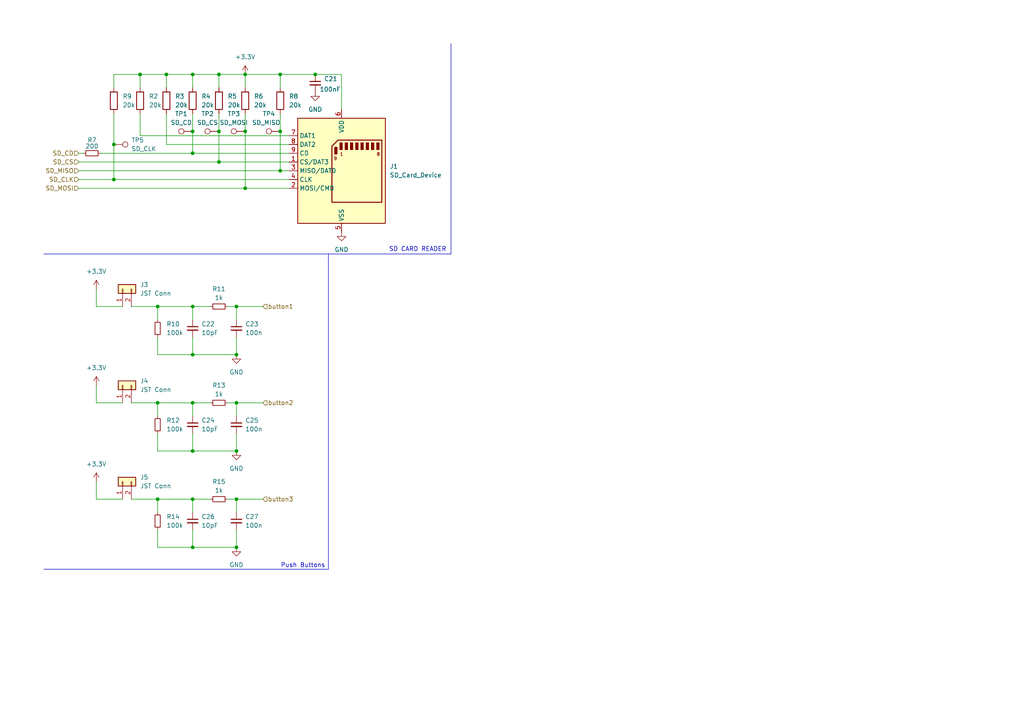
<source format=kicad_sch>
(kicad_sch (version 20231120) (generator "eeschema") (generator_version "8.0")
  (paper "A4")
  (lib_symbols
    (symbol "Connector:SD_Card_Device"
      (property "Reference" "J1" (at 13.97 1.2701 0))
      (property "Value" "SD_Card_Device" (at 13.97 -1.2699 0))
      (symbol "SD_Card_Device_0_1"
        (rectangle (start -2.032 6.858) (end -1.27 4.826) (fill (type outline)))
        (rectangle (start -0.508 8.128) (end 0.254 6.096) (fill (type outline)))
        (rectangle (start 1.016 8.128) (end 1.778 6.096) (fill (type outline)))
        (rectangle (start 2.54 8.128) (end 3.302 6.096) (fill (type outline)))
        (rectangle (start 4.064 8.128) (end 4.826 6.096) (fill (type outline)))
        (rectangle (start 5.588 8.128) (end 6.35 6.096) (fill (type outline)))
        (rectangle (start 7.112 8.128) (end 7.874 6.096) (fill (type outline)))
        (rectangle (start 8.636 8.128) (end 9.398 6.096) (fill (type outline)))
        (rectangle (start 10.16 8.128) (end 10.922 6.096) (fill (type outline)))
      )
      (symbol "SD_Card_Device_1_1"
        (rectangle (start -12.7 15.24) (end 12.7 -15.24) (stroke (width 0.254)) (fill (type background)))
        (polyline (pts (xy -1.016 8.89) (xy 11.684 8.89) (xy 11.684 -9.144) (xy -2.794 -9.144) (xy -2.794 7.112) (xy -1.016 8.89)) (stroke (width 0.3)))
        (text "1" (at 0 4.826 0) (effects (font (size 0.9 0.9))))
        (text "8" (at 10.668 4.826 0) (effects (font (size 0.9 0.9))))
        (text "9" (at -1.778 3.556 0) (effects (font (size 0.9 0.9))))
        (pin bidirectional line (at -15.24 2.54 0) (length 2.54) (name "CS/DAT3") (number "1"))
        (pin bidirectional line (at -15.24 -5.08 0) (length 2.54) (name "MOSI/CMD") (number "2"))
        (pin bidirectional line (at -15.24 0 0) (length 2.54) (name "MISO/DAT0") (number "3"))
        (pin input line (at -15.24 -2.54 0) (length 2.54) (name "CLK") (number "4"))
        (pin power_in line (at 0 -17.78 90) (length 2.54) (name "VSS") (number "5"))
        (pin power_in line (at 0 17.78 270) (length 2.54) (name "VDD") (number "6"))
        (pin bidirectional line (at -15.24 10.16 0) (length 2.54) (name "DAT1") (number "7"))
        (pin bidirectional line (at -15.24 7.62 0) (length 2.54) (name "DAT2") (number "8"))
        (pin bidirectional line (at -15.24 5.08 0) (length 2.54) (name "CD") (number "9"))
      )
    )
    (symbol "Connector:TestPoint" (pin_numbers hide) (pin_names (offset 0.762) hide)
      (property "Reference" "TP" (at 0 6.858 0))
      (property "Value" "TestPoint" (at 0 5.08 0))
      (symbol "TestPoint_0_1"
        (circle (center 0 3.302) (radius 0.762))
      )
      (symbol "TestPoint_1_1"
        (pin passive line (at 0 0 90) (length 2.54) (name "1") (number "1"))
      )
    )
    (symbol "Connector_Generic:Conn_01x02" (pin_names (offset 1.016) hide)
      (property "Reference" "J" (at 0 2.54 0))
      (property "Value" "Conn_01x02" (at 0 -5.08 0))
      (symbol "Conn_01x02_1_1"
        (rectangle (start -1.27 -2.413) (end 0 -2.667) (stroke (width 0.1524)))
        (rectangle (start -1.27 0.127) (end 0 -0.127) (stroke (width 0.1524)))
        (rectangle (start -1.27 1.27) (end 1.27 -3.81) (stroke (width 0.254)) (fill (type background)))
        (pin passive line (at -5.08 0 0) (length 3.81) (name "Pin_1") (number "1"))
        (pin passive line (at -5.08 -2.54 0) (length 3.81) (name "Pin_2") (number "2"))
      )
    )
    (symbol "Device:C_Small" (pin_numbers hide) (pin_names (offset 0.254) hide)
      (property "Reference" "C" (at 0.254 1.778 0))
      (property "Value" "C_Small" (at 0.254 -2.032 0))
      (symbol "C_Small_0_1"
        (polyline (pts (xy -1.524 -0.508) (xy 1.524 -0.508)) (stroke (width 0.3302)))
        (polyline (pts (xy -1.524 0.508) (xy 1.524 0.508)) (stroke (width 0.3048)))
      )
      (symbol "C_Small_1_1"
        (pin passive line (at 0 2.54 270) (length 2.032) (name "~") (number "1"))
        (pin passive line (at 0 -2.54 90) (length 2.032) (name "~") (number "2"))
      )
    )
    (symbol "Device:R" (pin_numbers hide) (pin_names (offset 0))
      (property "Reference" "R" (at 2.032 0 90))
      (property "Value" "R" (at 0 0 90))
      (symbol "R_0_1"
        (rectangle (start -1.016 -2.54) (end 1.016 2.54) (stroke (width 0.254)))
      )
      (symbol "R_1_1"
        (pin passive line (at 0 3.81 270) (length 1.27) (name "~") (number "1"))
        (pin passive line (at 0 -3.81 90) (length 1.27) (name "~") (number "2"))
      )
    )
    (symbol "Device:R_Small" (pin_numbers hide) (pin_names (offset 0.254) hide)
      (property "Reference" "R" (at 0.762 0.508 0))
      (property "Value" "R_Small" (at 0.762 -1.016 0))
      (symbol "R_Small_0_1"
        (rectangle (start -0.762 1.778) (end 0.762 -1.778) (stroke (width 0.2032)))
      )
      (symbol "R_Small_1_1"
        (pin passive line (at 0 2.54 270) (length 0.762) (name "~") (number "1"))
        (pin passive line (at 0 -2.54 90) (length 0.762) (name "~") (number "2"))
      )
    )
    (symbol "power:+3.3V" (power) (pin_numbers hide) (pin_names (offset 0) hide)
      (property "Value" "+3.3V" (at 0 3.556 0))
      (symbol "+3.3V_0_1"
        (polyline (pts (xy -0.762 1.27) (xy 0 2.54)))
        (polyline (pts (xy 0 0) (xy 0 2.54)))
        (polyline (pts (xy 0 2.54) (xy 0.762 1.27)))
      )
      (symbol "+3.3V_1_1"
        (pin power_in line (at 0 0 90) (length 0) (name "~") (number "1"))
      )
    )
    (symbol "power:GND" (power) (pin_numbers hide) (pin_names (offset 0) hide)
      (property "Value" "GND" (at 0 -3.81 0))
      (symbol "GND_0_1"
        (polyline (pts (xy 0 0) (xy 0 -1.27) (xy 1.27 -1.27) (xy 0 -2.54) (xy -1.27 -1.27) (xy 0 -1.27)))
      )
      (symbol "GND_1_1"
        (pin power_in line (at 0 0 270) (length 0) (name "~") (number "1"))
      )
    )
  )
  (junction (at 55.88 158.75))
  (junction (at 81.28 38.1))
  (junction (at 71.12 21.59))
  (junction (at 71.12 38.1))
  (junction (at 81.28 49.53))
  (junction (at 55.88 44.45))
  (junction (at 55.88 38.1))
  (junction (at 71.12 54.61))
  (junction (at 81.28 21.59))
  (junction (at 48.26 21.59))
  (junction (at 68.58 144.78))
  (junction (at 63.5 21.59))
  (junction (at 55.88 88.9))
  (junction (at 45.72 116.84))
  (junction (at 55.88 116.84))
  (junction (at 63.5 38.1))
  (junction (at 45.72 88.9))
  (junction (at 55.88 102.87))
  (junction (at 33.02 52.07))
  (junction (at 68.58 102.87))
  (junction (at 45.72 144.78))
  (junction (at 40.64 21.59))
  (junction (at 68.58 116.84))
  (junction (at 91.44 21.59))
  (junction (at 68.58 130.81))
  (junction (at 55.88 130.81))
  (junction (at 68.58 158.75))
  (junction (at 55.88 21.59))
  (junction (at 63.5 46.99))
  (junction (at 33.02 41.91))
  (junction (at 68.58 88.9))
  (junction (at 55.88 144.78))
  (wire (pts (xy 22.86 49.53) (xy 81.28 49.53)))
  (wire (pts (xy 55.88 97.79) (xy 55.88 102.87)))
  (wire (pts (xy 45.72 144.78) (xy 55.88 144.78)))
  (wire (pts (xy 33.02 33.02) (xy 33.02 41.91)))
  (wire (pts (xy 45.72 153.67) (xy 45.72 158.75)))
  (wire (pts (xy 33.02 25.4) (xy 33.02 21.59)))
  (wire (pts (xy 27.94 88.9) (xy 35.56 88.9)))
  (wire (pts (xy 99.06 31.75) (xy 99.06 21.59)))
  (wire (pts (xy 63.5 33.02) (xy 63.5 38.1)))
  (wire (pts (xy 68.58 158.75) (xy 68.58 153.67)))
  (wire (pts (xy 22.86 44.45) (xy 24.13 44.45)))
  (wire (pts (xy 63.5 38.1) (xy 63.5 46.99)))
  (polyline (pts (xy 12.7 73.66) (xy 130.81 73.66)))
  (wire (pts (xy 55.88 102.87) (xy 68.58 102.87)))
  (wire (pts (xy 68.58 144.78) (xy 66.04 144.78)))
  (wire (pts (xy 45.72 88.9) (xy 45.72 92.71)))
  (wire (pts (xy 68.58 120.65) (xy 68.58 116.84)))
  (wire (pts (xy 68.58 88.9) (xy 76.2 88.9)))
  (wire (pts (xy 22.86 54.61) (xy 71.12 54.61)))
  (wire (pts (xy 55.88 38.1) (xy 55.88 44.45)))
  (wire (pts (xy 27.94 139.7) (xy 27.94 144.78)))
  (wire (pts (xy 63.5 21.59) (xy 71.12 21.59)))
  (wire (pts (xy 48.26 21.59) (xy 48.26 25.4)))
  (wire (pts (xy 71.12 21.59) (xy 71.12 25.4)))
  (wire (pts (xy 71.12 33.02) (xy 71.12 38.1)))
  (wire (pts (xy 33.02 21.59) (xy 40.64 21.59)))
  (wire (pts (xy 55.88 125.73) (xy 55.88 130.81)))
  (wire (pts (xy 27.94 116.84) (xy 35.56 116.84)))
  (wire (pts (xy 63.5 46.99) (xy 83.82 46.99)))
  (wire (pts (xy 45.72 125.73) (xy 45.72 130.81)))
  (wire (pts (xy 40.64 33.02) (xy 40.64 39.37)))
  (wire (pts (xy 45.72 88.9) (xy 55.88 88.9)))
  (wire (pts (xy 55.88 158.75) (xy 68.58 158.75)))
  (wire (pts (xy 99.06 21.59) (xy 91.44 21.59)))
  (wire (pts (xy 55.88 144.78) (xy 55.88 148.59)))
  (wire (pts (xy 40.64 21.59) (xy 48.26 21.59)))
  (wire (pts (xy 55.88 33.02) (xy 55.88 38.1)))
  (wire (pts (xy 55.88 116.84) (xy 55.88 120.65)))
  (polyline (pts (xy 12.7 165.1) (xy 95.25 165.1)))
  (wire (pts (xy 27.94 111.76) (xy 27.94 116.84)))
  (wire (pts (xy 55.88 44.45) (xy 83.82 44.45)))
  (wire (pts (xy 55.88 144.78) (xy 60.96 144.78)))
  (polyline (pts (xy 130.81 12.7) (xy 130.81 73.66)))
  (wire (pts (xy 81.28 21.59) (xy 81.28 25.4)))
  (wire (pts (xy 48.26 21.59) (xy 55.88 21.59)))
  (wire (pts (xy 45.72 158.75) (xy 55.88 158.75)))
  (wire (pts (xy 45.72 102.87) (xy 55.88 102.87)))
  (wire (pts (xy 68.58 116.84) (xy 66.04 116.84)))
  (wire (pts (xy 27.94 144.78) (xy 35.56 144.78)))
  (wire (pts (xy 68.58 148.59) (xy 68.58 144.78)))
  (wire (pts (xy 81.28 49.53) (xy 83.82 49.53)))
  (wire (pts (xy 22.86 52.07) (xy 33.02 52.07)))
  (wire (pts (xy 55.88 153.67) (xy 55.88 158.75)))
  (wire (pts (xy 55.88 88.9) (xy 60.96 88.9)))
  (wire (pts (xy 45.72 116.84) (xy 55.88 116.84)))
  (wire (pts (xy 71.12 21.59) (xy 81.28 21.59)))
  (wire (pts (xy 40.64 39.37) (xy 83.82 39.37)))
  (wire (pts (xy 38.1 116.84) (xy 45.72 116.84)))
  (wire (pts (xy 45.72 97.79) (xy 45.72 102.87)))
  (wire (pts (xy 68.58 144.78) (xy 76.2 144.78)))
  (wire (pts (xy 71.12 54.61) (xy 83.82 54.61)))
  (wire (pts (xy 33.02 41.91) (xy 33.02 52.07)))
  (wire (pts (xy 71.12 38.1) (xy 71.12 54.61)))
  (wire (pts (xy 68.58 88.9) (xy 66.04 88.9)))
  (wire (pts (xy 68.58 130.81) (xy 68.58 125.73)))
  (wire (pts (xy 29.21 44.45) (xy 55.88 44.45)))
  (wire (pts (xy 55.88 21.59) (xy 55.88 25.4)))
  (wire (pts (xy 45.72 116.84) (xy 45.72 120.65)))
  (wire (pts (xy 38.1 144.78) (xy 45.72 144.78)))
  (wire (pts (xy 45.72 130.81) (xy 55.88 130.81)))
  (wire (pts (xy 48.26 41.91) (xy 83.82 41.91)))
  (wire (pts (xy 68.58 102.87) (xy 68.58 97.79)))
  (wire (pts (xy 55.88 21.59) (xy 63.5 21.59)))
  (wire (pts (xy 48.26 33.02) (xy 48.26 41.91)))
  (wire (pts (xy 68.58 116.84) (xy 76.2 116.84)))
  (wire (pts (xy 55.88 130.81) (xy 68.58 130.81)))
  (wire (pts (xy 55.88 88.9) (xy 55.88 92.71)))
  (wire (pts (xy 63.5 21.59) (xy 63.5 25.4)))
  (wire (pts (xy 45.72 144.78) (xy 45.72 148.59)))
  (wire (pts (xy 68.58 92.71) (xy 68.58 88.9)))
  (wire (pts (xy 81.28 38.1) (xy 81.28 49.53)))
  (wire (pts (xy 40.64 25.4) (xy 40.64 21.59)))
  (wire (pts (xy 33.02 52.07) (xy 83.82 52.07)))
  (wire (pts (xy 81.28 33.02) (xy 81.28 38.1)))
  (wire (pts (xy 38.1 88.9) (xy 45.72 88.9)))
  (wire (pts (xy 91.44 21.59) (xy 81.28 21.59)))
  (wire (pts (xy 55.88 116.84) (xy 60.96 116.84)))
  (wire (pts (xy 22.86 46.99) (xy 63.5 46.99)))
  (polyline (pts (xy 95.25 73.66) (xy 95.25 165.1)))
  (wire (pts (xy 27.94 83.82) (xy 27.94 88.9)))
  (text "SD CARD READER\n" (at 121.158 72.39 0) (effects (font (size 1.27 1.27))))
  (text "Push Buttons" (at 87.884 164.084 0) (effects (font (size 1.27 1.27))))
  (hierarchical_label "SD_MISO" (shape input) (at 22.86 49.53 180))
  (hierarchical_label "SD_MOSI" (shape input) (at 22.86 54.61 180))
  (hierarchical_label "button1" (shape input) (at 76.2 88.9 0))
  (hierarchical_label "SD_CLK" (shape input) (at 22.86 52.07 180))
  (hierarchical_label "SD_CS" (shape input) (at 22.86 46.99 180))
  (hierarchical_label "button3" (shape input) (at 76.2 144.78 0))
  (hierarchical_label "SD_CD" (shape input) (at 22.86 44.45 180))
  (hierarchical_label "button2" (shape input) (at 76.2 116.84 0))
  (symbol (lib_id "Connector_Generic:Conn_01x02") (at 35.56 111.76 90) (unit 1)
    (property "Reference" "J4" (at 40.64 110.4899 90) (effects (justify right)))
    (property "Value" "JST Conn" (at 40.64 113.0299 90) (effects (justify right)))
    (property "Description" "Generic connector, single row, 01x02, script generated (kicad-library-utils/schlib/autogen/connector/)" (effects (hide yes)))
  )
  (symbol (lib_id "Device:R") (at 33.02 29.21 0) (unit 1)
    (property "Reference" "R9" (at 35.56 27.9399 0) (effects (justify left)))
    (property "Value" "20k" (at 35.56 30.4799 0) (effects (justify left)))
    (property "Footprint" "Resistor_SMD:R_0603_1608Metric_Pad0.98x0.95mm_HandSolder" (effects (hide yes)))
    (property "Description" "Resistor" (effects (hide yes)))
  )
  (symbol (lib_id "Device:R_Small") (at 45.72 123.19 0) (unit 1)
    (property "Reference" "R12" (at 48.26 121.9199 0) (effects (justify left)))
    (property "Value" "100k" (at 48.26 124.4599 0) (effects (justify left)))
    (property "Footprint" "Resistor_SMD:R_0603_1608Metric_Pad0.98x0.95mm_HandSolder" (effects (hide yes)))
    (property "Description" "Resistor, small symbol" (effects (hide yes)))
  )
  (symbol (lib_id "Connector:TestPoint") (at 71.12 38.1 90) (unit 1)
    (property "Reference" "TP3" (at 67.818 33.02 90))
    (property "Value" "SD_MOSI" (at 67.818 35.56 90))
    (property "Description" "test point" (effects (hide yes)))
  )
  (symbol (lib_id "Device:C_Small") (at 68.58 95.25 0) (unit 1)
    (property "Reference" "C23" (at 71.12 93.9862 0) (effects (justify left)))
    (property "Value" "100n" (at 71.12 96.5262 0) (effects (justify left)))
    (property "Description" "Unpolarized capacitor, small symbol" (effects (hide yes)))
  )
  (symbol (lib_id "power:+3.3V") (at 27.94 83.82 0) (unit 1)
    (property "Reference" "#PWR017" (effects (hide yes)))
    (property "Value" "+3.3V" (at 27.94 78.74 0))
    (property "Description" "Power symbol creates a global label with name \"+3.3V\"" (effects (hide yes)))
  )
  (symbol (lib_id "Device:C_Small") (at 55.88 123.19 0) (unit 1)
    (property "Reference" "C24" (at 58.42 121.9262 0) (effects (justify left)))
    (property "Value" "10pF" (at 58.42 124.4662 0) (effects (justify left)))
    (property "Description" "Unpolarized capacitor, small symbol" (effects (hide yes)))
  )
  (symbol (lib_id "Device:C_Small") (at 55.88 151.13 0) (unit 1)
    (property "Reference" "C26" (at 58.42 149.8662 0) (effects (justify left)))
    (property "Value" "10pF" (at 58.42 152.4062 0) (effects (justify left)))
    (property "Description" "Unpolarized capacitor, small symbol" (effects (hide yes)))
  )
  (symbol (lib_id "Device:R") (at 81.28 29.21 0) (unit 1)
    (property "Reference" "R8" (at 83.82 27.9399 0) (effects (justify left)))
    (property "Value" "20k" (at 83.82 30.4799 0) (effects (justify left)))
    (property "Footprint" "Resistor_SMD:R_0603_1608Metric_Pad0.98x0.95mm_HandSolder" (effects (hide yes)))
    (property "Description" "Resistor" (effects (hide yes)))
  )
  (symbol (lib_id "power:GND") (at 68.58 102.87 0) (unit 1)
    (property "Reference" "#PWR018" (effects (hide yes)))
    (property "Value" "GND" (at 68.58 107.95 0))
    (property "Description" "Power symbol creates a global label with name \"GND\" , ground" (effects (hide yes)))
  )
  (symbol (lib_id "power:GND") (at 99.06 67.31 0) (unit 1)
    (property "Reference" "#PWR015" (effects (hide yes)))
    (property "Value" "GND" (at 99.06 72.39 0))
    (property "Description" "Power symbol creates a global label with name \"GND\" , ground" (effects (hide yes)))
  )
  (symbol (lib_id "power:GND") (at 91.44 26.67 0) (unit 1)
    (property "Reference" "#PWR016" (effects (hide yes)))
    (property "Value" "GND" (at 91.44 31.75 0))
    (property "Description" "Power symbol creates a global label with name \"GND\" , ground" (effects (hide yes)))
  )
  (symbol (lib_id "power:GND") (at 68.58 158.75 0) (unit 1)
    (property "Reference" "#PWR022" (effects (hide yes)))
    (property "Value" "GND" (at 68.58 163.83 0))
    (property "Description" "Power symbol creates a global label with name \"GND\" , ground" (effects (hide yes)))
  )
  (symbol (lib_id "Device:C_Small") (at 68.58 151.13 0) (unit 1)
    (property "Reference" "C27" (at 71.12 149.8662 0) (effects (justify left)))
    (property "Value" "100n" (at 71.12 152.4062 0) (effects (justify left)))
    (property "Description" "Unpolarized capacitor, small symbol" (effects (hide yes)))
  )
  (symbol (lib_id "Device:R_Small") (at 26.67 44.45 90) (unit 1)
    (property "Reference" "R7" (at 26.67 40.64 90))
    (property "Value" "200" (at 26.67 42.418 90))
    (property "Footprint" "Resistor_SMD:R_0603_1608Metric_Pad0.98x0.95mm_HandSolder" (effects (hide yes)))
    (property "Description" "Resistor, small symbol" (effects (hide yes)))
  )
  (symbol (lib_id "Connector:TestPoint") (at 63.5 38.1 90) (unit 1)
    (property "Reference" "TP2" (at 60.198 33.02 90))
    (property "Value" "SD_CS" (at 60.198 35.56 90))
    (property "Description" "test point" (effects (hide yes)))
  )
  (symbol (lib_id "Device:R_Small") (at 45.72 151.13 0) (unit 1)
    (property "Reference" "R14" (at 48.26 149.8599 0) (effects (justify left)))
    (property "Value" "100k" (at 48.26 152.3999 0) (effects (justify left)))
    (property "Footprint" "Resistor_SMD:R_0603_1608Metric_Pad0.98x0.95mm_HandSolder" (effects (hide yes)))
    (property "Description" "Resistor, small symbol" (effects (hide yes)))
  )
  (symbol (lib_id "Connector_Generic:Conn_01x02") (at 35.56 139.7 90) (unit 1)
    (property "Reference" "J5" (at 40.64 138.4299 90) (effects (justify right)))
    (property "Value" "JST Conn" (at 40.64 140.9699 90) (effects (justify right)))
    (property "Description" "Generic connector, single row, 01x02, script generated (kicad-library-utils/schlib/autogen/connector/)" (effects (hide yes)))
  )
  (symbol (lib_id "Device:R") (at 40.64 29.21 0) (unit 1)
    (property "Reference" "R2" (at 43.18 27.9399 0) (effects (justify left)))
    (property "Value" "20k" (at 43.18 30.4799 0) (effects (justify left)))
    (property "Footprint" "Resistor_SMD:R_0603_1608Metric_Pad0.98x0.95mm_HandSolder" (effects (hide yes)))
    (property "Description" "Resistor" (effects (hide yes)))
  )
  (symbol (lib_id "Device:R") (at 48.26 29.21 0) (unit 1)
    (property "Reference" "R3" (at 50.8 27.9399 0) (effects (justify left)))
    (property "Value" "20k" (at 50.8 30.4799 0) (effects (justify left)))
    (property "Footprint" "Resistor_SMD:R_0603_1608Metric_Pad0.98x0.95mm_HandSolder" (effects (hide yes)))
    (property "Description" "Resistor" (effects (hide yes)))
  )
  (symbol (lib_id "power:GND") (at 68.58 130.81 0) (unit 1)
    (property "Reference" "#PWR020" (effects (hide yes)))
    (property "Value" "GND" (at 68.58 135.89 0))
    (property "Description" "Power symbol creates a global label with name \"GND\" , ground" (effects (hide yes)))
  )
  (symbol (lib_id "power:+3.3V") (at 71.12 21.59 0) (unit 1)
    (property "Reference" "#PWR014" (effects (hide yes)))
    (property "Value" "+3.3V" (at 71.12 16.51 0))
    (property "Description" "Power symbol creates a global label with name \"+3.3V\"" (effects (hide yes)))
  )
  (symbol (lib_id "Connector:TestPoint") (at 81.28 38.1 90) (unit 1)
    (property "Reference" "TP4" (at 77.978 33.02 90))
    (property "Value" "SD_MISO" (at 77.216 35.56 90))
    (property "Description" "test point" (effects (hide yes)))
  )
  (symbol (lib_id "Device:R_Small") (at 45.72 95.25 0) (unit 1)
    (property "Reference" "R10" (at 48.26 93.9799 0) (effects (justify left)))
    (property "Value" "100k" (at 48.26 96.5199 0) (effects (justify left)))
    (property "Footprint" "Resistor_SMD:R_0603_1608Metric_Pad0.98x0.95mm_HandSolder" (effects (hide yes)))
    (property "Description" "Resistor, small symbol" (effects (hide yes)))
  )
  (symbol (lib_id "Device:R_Small") (at 63.5 116.84 90) (unit 1)
    (property "Reference" "R13" (at 63.5 111.76 90))
    (property "Value" "1k" (at 63.5 114.3 90))
    (property "Footprint" "Resistor_SMD:R_0603_1608Metric_Pad0.98x0.95mm_HandSolder" (effects (hide yes)))
    (property "Description" "Resistor, small symbol" (effects (hide yes)))
  )
  (symbol (lib_id "Connector_Generic:Conn_01x02") (at 35.56 83.82 90) (unit 1)
    (property "Reference" "J3" (at 40.64 82.5499 90) (effects (justify right)))
    (property "Value" "JST Conn" (at 40.64 85.0899 90) (effects (justify right)))
    (property "Description" "Generic connector, single row, 01x02, script generated (kicad-library-utils/schlib/autogen/connector/)" (effects (hide yes)))
  )
  (symbol (lib_id "Device:R_Small") (at 63.5 88.9 90) (unit 1)
    (property "Reference" "R11" (at 63.5 83.82 90))
    (property "Value" "1k" (at 63.5 86.36 90))
    (property "Footprint" "Resistor_SMD:R_0603_1608Metric_Pad0.98x0.95mm_HandSolder" (effects (hide yes)))
    (property "Description" "Resistor, small symbol" (effects (hide yes)))
  )
  (symbol (lib_id "Connector:TestPoint") (at 33.02 41.91 270) (unit 1)
    (property "Reference" "TP5" (at 38.1 40.6399 90) (effects (justify left)))
    (property "Value" "SD_CLK" (at 38.1 43.1799 90) (effects (justify left)))
    (property "Description" "test point" (effects (hide yes)))
  )
  (symbol (lib_id "power:+3.3V") (at 27.94 111.76 0) (unit 1)
    (property "Reference" "#PWR019" (effects (hide yes)))
    (property "Value" "+3.3V" (at 27.94 106.68 0))
    (property "Description" "Power symbol creates a global label with name \"+3.3V\"" (effects (hide yes)))
  )
  (symbol (lib_id "Device:R") (at 63.5 29.21 0) (unit 1)
    (property "Reference" "R5" (at 66.04 27.9399 0) (effects (justify left)))
    (property "Value" "20k" (at 66.04 30.4799 0) (effects (justify left)))
    (property "Footprint" "Resistor_SMD:R_0603_1608Metric_Pad0.98x0.95mm_HandSolder" (effects (hide yes)))
    (property "Description" "Resistor" (effects (hide yes)))
  )
  (symbol (lib_id "Connector:TestPoint") (at 55.88 38.1 90) (unit 1)
    (property "Reference" "TP1" (at 52.578 33.02 90))
    (property "Value" "SD_CD" (at 52.578 35.56 90))
    (property "Description" "test point" (effects (hide yes)))
  )
  (symbol (lib_id "power:+3.3V") (at 27.94 139.7 0) (unit 1)
    (property "Reference" "#PWR021" (effects (hide yes)))
    (property "Value" "+3.3V" (at 27.94 134.62 0))
    (property "Description" "Power symbol creates a global label with name \"+3.3V\"" (effects (hide yes)))
  )
  (symbol (lib_id "Device:R") (at 71.12 29.21 0) (unit 1)
    (property "Reference" "R6" (at 73.66 27.9399 0) (effects (justify left)))
    (property "Value" "20k" (at 73.66 30.4799 0) (effects (justify left)))
    (property "Footprint" "Resistor_SMD:R_0603_1608Metric_Pad0.98x0.95mm_HandSolder" (effects (hide yes)))
    (property "Description" "Resistor" (effects (hide yes)))
  )
  (symbol (lib_id "Device:R_Small") (at 63.5 144.78 90) (unit 1)
    (property "Reference" "R15" (at 63.5 139.7 90))
    (property "Value" "1k" (at 63.5 142.24 90))
    (property "Footprint" "Resistor_SMD:R_0603_1608Metric_Pad0.98x0.95mm_HandSolder" (effects (hide yes)))
    (property "Description" "Resistor, small symbol" (effects (hide yes)))
  )
  (symbol (lib_id "Device:C_Small") (at 55.88 95.25 0) (unit 1)
    (property "Reference" "C22" (at 58.42 93.9862 0) (effects (justify left)))
    (property "Value" "10pF" (at 58.42 96.5262 0) (effects (justify left)))
    (property "Description" "Unpolarized capacitor, small symbol" (effects (hide yes)))
  )
  (symbol (lib_id "Device:C_Small") (at 91.44 24.13 0) (unit 1)
    (property "Reference" "C21" (at 93.98 22.8662 0) (effects (justify left)))
    (property "Value" "100nF" (at 92.71 25.908 0) (effects (justify left)))
    (property "Footprint" "Capacitor_SMD:C_0603_1608Metric_Pad1.08x0.95mm_HandSolder" (effects (hide yes)))
    (property "Description" "Unpolarized capacitor, small symbol" (effects (hide yes)))
  )
  (symbol (lib_id "Device:R") (at 55.88 29.21 0) (unit 1)
    (property "Reference" "R4" (at 58.42 27.9399 0) (effects (justify left)))
    (property "Value" "20k" (at 58.42 30.4799 0) (effects (justify left)))
    (property "Footprint" "Resistor_SMD:R_0603_1608Metric_Pad0.98x0.95mm_HandSolder" (effects (hide yes)))
    (property "Description" "Resistor" (effects (hide yes)))
  )
  (symbol (lib_id "Device:C_Small") (at 68.58 123.19 0) (unit 1)
    (property "Reference" "C25" (at 71.12 121.9262 0) (effects (justify left)))
    (property "Value" "100n" (at 71.12 124.4662 0) (effects (justify left)))
    (property "Description" "Unpolarized capacitor, small symbol" (effects (hide yes)))
  )
  (symbol (lib_id "Connector:SD_Card_Device") (at 99.06 49.53 0) (unit 1)
    (property "Reference" "J1" (at 113.03 48.2599 0) (effects (justify left)))
    (property "Value" "SD_Card_Device" (at 113.03 50.7999 0) (effects (justify left)))
    (property "Datasheet" "http://www.convict.lu/pdf/ProdManualSDCardv1.9.pdf" (effects (hide yes)))
    (property "Description" "SD card device/card" (effects (hide yes)))
  )
)
</source>
